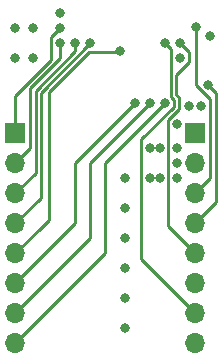
<source format=gbr>
%TF.GenerationSoftware,KiCad,Pcbnew,7.0.8*%
%TF.CreationDate,2023-10-11T21:25:33+02:00*%
%TF.ProjectId,test_sr,74657374-5f73-4722-9e6b-696361645f70,rev?*%
%TF.SameCoordinates,Original*%
%TF.FileFunction,Copper,L4,Bot*%
%TF.FilePolarity,Positive*%
%FSLAX46Y46*%
G04 Gerber Fmt 4.6, Leading zero omitted, Abs format (unit mm)*
G04 Created by KiCad (PCBNEW 7.0.8) date 2023-10-11 21:25:33*
%MOMM*%
%LPD*%
G01*
G04 APERTURE LIST*
%TA.AperFunction,ComponentPad*%
%ADD10R,1.700000X1.700000*%
%TD*%
%TA.AperFunction,ComponentPad*%
%ADD11O,1.700000X1.700000*%
%TD*%
%TA.AperFunction,ViaPad*%
%ADD12C,0.800000*%
%TD*%
%TA.AperFunction,Conductor*%
%ADD13C,0.250000*%
%TD*%
G04 APERTURE END LIST*
D10*
%TO.P,J1,1,Pin_1*%
%TO.N,/QA*%
X45720000Y-55880000D03*
D11*
%TO.P,J1,2,Pin_2*%
%TO.N,/QB*%
X45720000Y-58420000D03*
%TO.P,J1,3,Pin_3*%
%TO.N,/QC*%
X45720000Y-60960000D03*
%TO.P,J1,4,Pin_4*%
%TO.N,/QD*%
X45720000Y-63500000D03*
%TO.P,J1,5,Pin_5*%
%TO.N,/QE*%
X45720000Y-66040000D03*
%TO.P,J1,6,Pin_6*%
%TO.N,/QF*%
X45720000Y-68580000D03*
%TO.P,J1,7,Pin_7*%
%TO.N,/QG*%
X45720000Y-71120000D03*
%TO.P,J1,8,Pin_8*%
%TO.N,/QH*%
X45720000Y-73660000D03*
%TD*%
D10*
%TO.P,J2,1,Pin_1*%
%TO.N,GND*%
X60960000Y-55880000D03*
D11*
%TO.P,J2,2,Pin_2*%
%TO.N,+3.3V*%
X60960000Y-58420000D03*
%TO.P,J2,3,Pin_3*%
%TO.N,/SEROUT*%
X60960000Y-60960000D03*
%TO.P,J2,4,Pin_4*%
%TO.N,/N_SR_CLR*%
X60960000Y-63500000D03*
%TO.P,J2,5,Pin_5*%
%TO.N,/R_CLK*%
X60960000Y-66040000D03*
%TO.P,J2,6,Pin_6*%
%TO.N,/SR_CLK*%
X60960000Y-68580000D03*
%TO.P,J2,7,Pin_7*%
%TO.N,/N_OE*%
X60960000Y-71120000D03*
%TO.P,J2,8,Pin_8*%
%TO.N,/SER*%
X60960000Y-73660000D03*
%TD*%
D12*
%TO.N,GND*%
X59436000Y-55118000D03*
X60452000Y-53594000D03*
X61468000Y-53594000D03*
%TO.N,+3.3V*%
X57112500Y-59690000D03*
X57949500Y-59690000D03*
X57949500Y-57150000D03*
X57112500Y-57150000D03*
X59436000Y-59690000D03*
X59436000Y-57150000D03*
X59436000Y-58420000D03*
X47244000Y-49530000D03*
X47244000Y-46990000D03*
%TO.N,/SEROUT*%
X61033149Y-46916850D03*
%TO.N,GND*%
X62230000Y-47625000D03*
X54990000Y-67310000D03*
X54990000Y-62230000D03*
X54990000Y-59690000D03*
X54990000Y-64770000D03*
X59690000Y-49530000D03*
X45720000Y-49530000D03*
X45720000Y-46990000D03*
X54990000Y-69850000D03*
X54990000Y-72390000D03*
%TO.N,+3.3V*%
X49530000Y-45720000D03*
%TO.N,/QA*%
X49530000Y-46990000D03*
%TO.N,/QB*%
X49530000Y-48260000D03*
%TO.N,/QC*%
X50800000Y-48260000D03*
%TO.N,/QD*%
X52070000Y-48260000D03*
%TO.N,/QE*%
X54610000Y-48895000D03*
%TO.N,/QF*%
X55880000Y-53340000D03*
%TO.N,/QG*%
X57150000Y-53340000D03*
%TO.N,/QH*%
X58420000Y-53340000D03*
%TO.N,/N_SR_CLR*%
X62020750Y-51771250D03*
%TO.N,/R_CLK*%
X59690000Y-48260000D03*
%TO.N,/N_OE*%
X58420000Y-48260000D03*
%TD*%
D13*
%TO.N,/N_OE*%
X56388000Y-56397305D02*
X56388000Y-66548000D01*
X56388000Y-66548000D02*
X60960000Y-71120000D01*
X58870000Y-52764695D02*
X59145000Y-53039695D01*
X59145000Y-53039695D02*
X59145000Y-53640305D01*
X59145000Y-53640305D02*
X56388000Y-56397305D01*
X58870000Y-48710000D02*
X58870000Y-52764695D01*
X58420000Y-48260000D02*
X58870000Y-48710000D01*
%TO.N,/R_CLK*%
X58674000Y-63754000D02*
X60960000Y-66040000D01*
X58674000Y-54747701D02*
X58674000Y-63754000D01*
X59320000Y-52578299D02*
X59595000Y-52853299D01*
X59320000Y-50925305D02*
X59320000Y-52578299D01*
X59595000Y-52853299D02*
X59595000Y-53826701D01*
X59595000Y-53826701D02*
X58674000Y-54747701D01*
X60415000Y-49830305D02*
X59320000Y-50925305D01*
X60415000Y-48985000D02*
X60415000Y-49830305D01*
X59690000Y-48260000D02*
X60415000Y-48985000D01*
%TO.N,/N_SR_CLR*%
X62738000Y-52488500D02*
X62738000Y-61722000D01*
X62738000Y-61722000D02*
X60960000Y-63500000D01*
X62020750Y-51771250D02*
X62738000Y-52488500D01*
%TO.N,/QA*%
X48768000Y-49652812D02*
X45720000Y-52700812D01*
X45720000Y-52700812D02*
X45720000Y-55880000D01*
X48768000Y-47752000D02*
X48768000Y-49652812D01*
X49530000Y-46990000D02*
X48768000Y-47752000D01*
%TO.N,/QB*%
X49530000Y-49527208D02*
X49530000Y-48260000D01*
X46990000Y-52067208D02*
X49530000Y-49527208D01*
X45720000Y-58420000D02*
X46990000Y-57150000D01*
X46990000Y-57150000D02*
X46990000Y-52067208D01*
%TO.N,/QC*%
X50800000Y-48893604D02*
X50800000Y-48260000D01*
X47440000Y-52253604D02*
X50800000Y-48893604D01*
X45720000Y-60960000D02*
X47440000Y-59240000D01*
X47440000Y-59240000D02*
X47440000Y-52253604D01*
%TO.N,/SEROUT*%
X62230000Y-59690000D02*
X60960000Y-60960000D01*
X62230000Y-53005805D02*
X62230000Y-59690000D01*
X61033149Y-51808954D02*
X62230000Y-53005805D01*
X61033149Y-46916850D02*
X61033149Y-51808954D01*
%TO.N,/QB*%
X45720000Y-58420000D02*
X46353604Y-58420000D01*
%TO.N,/QD*%
X47890000Y-52440000D02*
X47890000Y-61330000D01*
X47890000Y-61330000D02*
X45720000Y-63500000D01*
X52070000Y-48260000D02*
X47890000Y-52440000D01*
%TO.N,/QE*%
X47942500Y-63817500D02*
X45720000Y-66040000D01*
X48578198Y-63181802D02*
X47942500Y-63817500D01*
X51981396Y-48985000D02*
X48578198Y-52388198D01*
X48578198Y-52388198D02*
X48578198Y-63181802D01*
X54610000Y-48895000D02*
X54520000Y-48985000D01*
X54520000Y-48985000D02*
X51981396Y-48985000D01*
%TO.N,/QF*%
X50800000Y-63500001D02*
X45720000Y-68580000D01*
X50800000Y-58420000D02*
X50800000Y-63500001D01*
X55880000Y-53340000D02*
X50800000Y-58420000D01*
%TO.N,/QG*%
X52070000Y-64770000D02*
X45720000Y-71120000D01*
X52070000Y-58420000D02*
X52070000Y-64770000D01*
X57150000Y-53340000D02*
X52070000Y-58420000D01*
%TO.N,/QH*%
X58420000Y-53340000D02*
X53340000Y-58420000D01*
X53340000Y-58420000D02*
X53340000Y-66040000D01*
X53340000Y-66040000D02*
X45720000Y-73660000D01*
%TD*%
M02*

</source>
